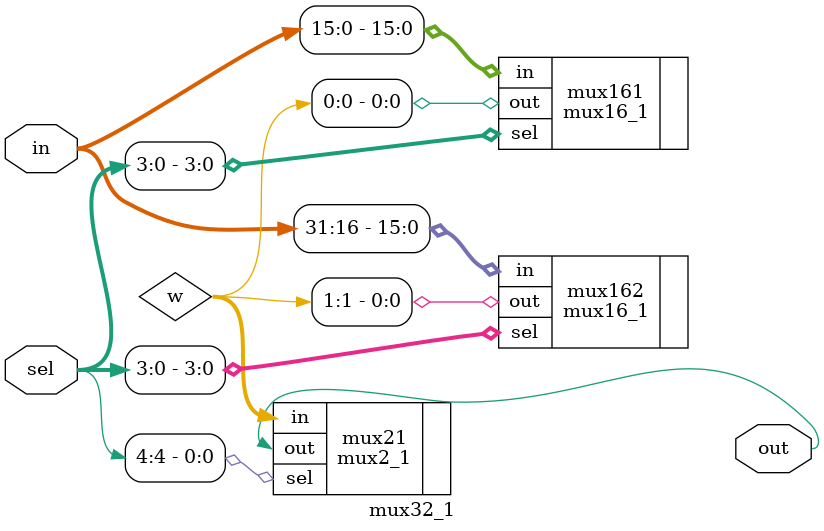
<source format=sv>
`timescale 10ps/1fs
module mux32_1 (in, sel, out);
	input logic [31:0] in;
	input logic [4:0] sel;
	output logic out;
	logic [1:0] w;
	
	mux16_1 mux161 (.in(in[15:0]), .sel(sel[3:0]), .out(w[0]));
	mux16_1 mux162 (.in(in[31:16]), .sel(sel[3:0]), .out(w[1]));
	mux2_1  mux21 (.in(w[1:0]), .sel(sel[4]), .out(out));  
endmodule 
</source>
